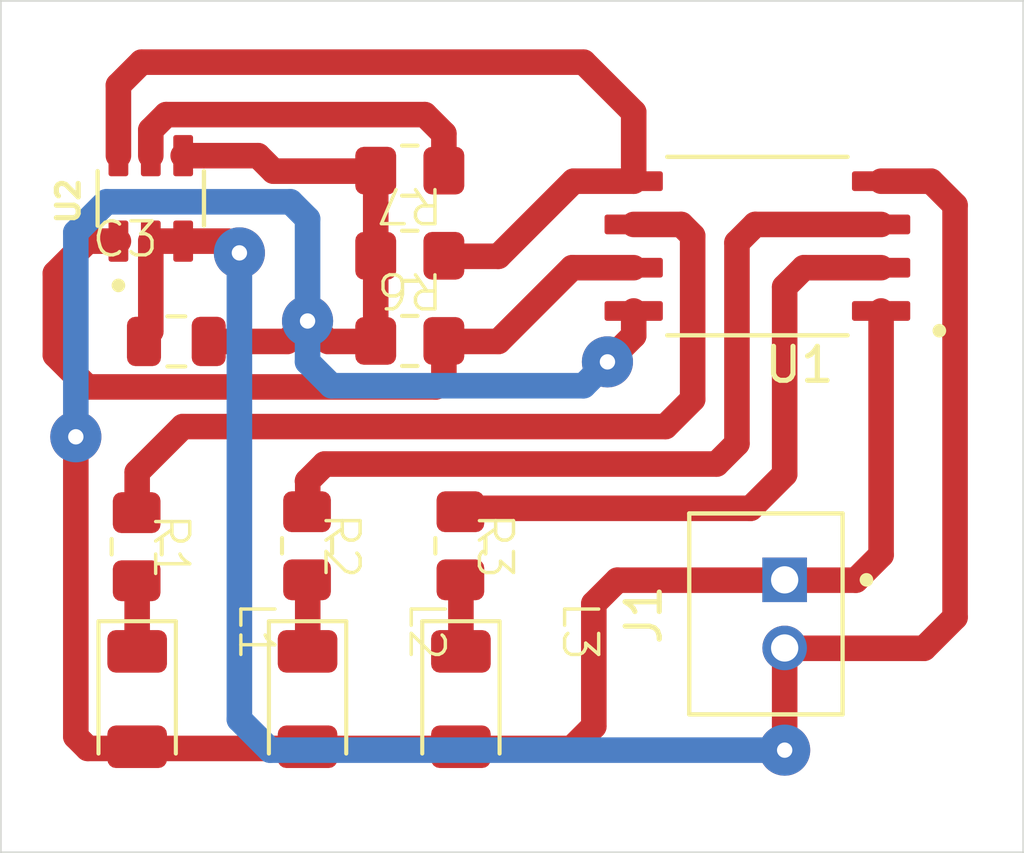
<source format=kicad_pcb>
(kicad_pcb (version 20240108) (generator "pcbnew") (generator_version "8.0")
  (layers (0 "F.Cu" signal) (31 "B.Cu" signal) (34 "B.Paste" user) (35 "F.Paste" user) (36 "B.SilkS" user "B.Silkscreen") (37 "F.SilkS" user "F.Silkscreen") (38 "B.Mask" user) (39 "F.Mask" user) (44 "Edge.Cuts" user))
  (net 0 "")
  (net 1 "VCC")
  (net 2 "GND")
  (net 3 "Net-(L1-K)")
  (net 4 "Net-(L2-K)")
  (net 5 "Net-(L3-K)")
  (net 6 "/L1")
  (net 7 "/L2")
  (net 8 "/L3")
  (net 9 "/PB2(SCK)")
  (net 10 "/PB0(MOSI)")
  (net 11 "/INT")
  (footprint "PVA_board:SOIC-8" (layer "F.Cu") (at 122.2 107.2 180)
    (property "Reference" "U1" (at -1.235 -3.487 0) (layer "F.SilkS"))
    (property "Value" "SOIC-8")
    (fp_line (start -2.645 2.62) (end 2.645 2.62) (stroke (width 0.127)) (layer "F.SilkS"))
    (fp_line (start -2.645 -2.62) (end 2.645 -2.62) (stroke (width 0.127)) (layer "F.SilkS"))
    (fp_circle (center -5.34 -2.485) (end -5.24 -2.485) (stroke (width 0.2)) (fill none) (layer "F.SilkS"))
    (pad "1" smd roundrect (at -3.63 -1.905 180) (size 1.71 0.58) (layers "F.Cu" "F.Paste" "F.Mask") (roundrect_rratio 0.125) (net 1 "VCC"))
    (pad "2" smd roundrect (at -3.63 -0.635 180) (size 1.71 0.58) (layers "F.Cu" "F.Paste" "F.Mask") (roundrect_rratio 0.125) (net 8 "/L3"))
    (pad "3" smd roundrect (at -3.63 0.635 180) (size 1.71 0.58) (layers "F.Cu" "F.Paste" "F.Mask") (roundrect_rratio 0.125) (net 7 "/L2"))
    (pad "4" smd roundrect (at -3.63 1.905 180) (size 1.71 0.58) (layers "F.Cu" "F.Paste" "F.Mask") (roundrect_rratio 0.125) (net 2 "GND"))
    (pad "5" smd roundrect (at 3.63 1.905 180) (size 1.71 0.58) (layers "F.Cu" "F.Paste" "F.Mask") (roundrect_rratio 0.125) (net 10 "/PB0(MOSI)"))
    (pad "6" smd roundrect (at 3.63 0.635 180) (size 1.71 0.58) (layers "F.Cu" "F.Paste" "F.Mask") (roundrect_rratio 0.125) (net 6 "/L1"))
    (pad "7" smd roundrect (at 3.63 -0.635 180) (size 1.71 0.58) (layers "F.Cu" "F.Paste" "F.Mask") (roundrect_rratio 0.125) (net 9 "/PB2(SCK)"))
    (pad "8" smd roundrect (at 3.63 -1.905 180) (size 1.71 0.58) (layers "F.Cu" "F.Paste" "F.Mask") (roundrect_rratio 0.125) (net 1 "VCC"))
  )
  (footprint "PVA_board:SOT-23-6" (layer "F.Cu") (at 104.4 105.8 90)
    (property "Reference" "U2" (at -0.078 -2.4189 90) (layer "F.SilkS") (effects (font (size 0.64 0.64))))
    (property "Value" "SOT-23-6")
    (fp_line (start 0.8 -1.56) (end -0.8 -1.56) (stroke (width 0.127)) (layer "F.SilkS"))
    (fp_line (start 0.8 1.56) (end -0.8 1.56) (stroke (width 0.127)) (layer "F.SilkS"))
    (fp_circle (center -2.555 -0.95) (end -2.455 -0.95) (stroke (width 0.2)) (fill none) (layer "F.SilkS"))
    (pad "1" smd roundrect (at -1.255 -0.95 90) (size 1.21 0.58) (layers "F.Cu" "F.Paste" "F.Mask") (roundrect_rratio 0.125) (net 9 "/PB2(SCK)"))
    (pad "2" smd roundrect (at -1.255 0 90) (size 1.21 0.58) (layers "F.Cu" "F.Paste" "F.Mask") (roundrect_rratio 0.125) (net 2 "GND"))
    (pad "3" smd roundrect (at -1.255 0.95 90) (size 1.21 0.58) (layers "F.Cu" "F.Paste" "F.Mask") (roundrect_rratio 0.125) (net 2 "GND"))
    (pad "4" smd roundrect (at 1.255 0.95 90) (size 1.21 0.58) (layers "F.Cu" "F.Paste" "F.Mask") (roundrect_rratio 0.125) (net 1 "VCC"))
    (pad "5" smd roundrect (at 1.255 0 90) (size 1.21 0.58) (layers "F.Cu" "F.Paste" "F.Mask") (roundrect_rratio 0.125) (net 11 "/INT"))
    (pad "6" smd roundrect (at 1.255 -0.95 90) (size 1.21 0.58) (layers "F.Cu" "F.Paste" "F.Mask") (roundrect_rratio 0.125) (net 10 "/PB0(MOSI)"))
  )
  (footprint "PVA_board:LED-1206" (layer "F.Cu") (at 113.5 120.5 -90)
    (property "Reference" "L3" (at -2 -3.5 -90) (layer "F.SilkS") (effects (font (thickness 0.1))))
    (property "Value" "~")
    (fp_line (start -2.285 1.135) (end 1.6 1.135) (stroke (width 0.12)) (layer "F.SilkS"))
    (fp_line (start -2.285 -1.135) (end -2.285 1.135) (stroke (width 0.12)) (layer "F.SilkS"))
    (fp_line (start 1.6 -1.135) (end -2.285 -1.135) (stroke (width 0.12)) (layer "F.SilkS"))
    (pad "1" smd roundrect (at -1.4 0 270) (size 1.25 1.75) (layers "F.Cu" "F.Paste" "F.Mask") (roundrect_rratio 0.2) (net 5 "Net-(L3-K)"))
    (pad "2" smd roundrect (at 1.4 0 270) (size 1.25 1.75) (layers "F.Cu" "F.Paste" "F.Mask") (roundrect_rratio 0.2) (net 1 "VCC"))
  )
  (footprint "PVA_board:R-0805" (layer "F.Cu") (at 112 107.5 180)
    (property "Reference" "R6" (at 0 -1 180) (layer "F.SilkS") (effects (font (thickness 0.1))))
    (property "Value" "4.7K")
    (fp_line (start -0.227064 0.75) (end 0.227064 0.75) (stroke (width 0.12)) (layer "F.SilkS"))
    (fp_line (start -0.227064 -0.72) (end 0.227064 -0.72) (stroke (width 0.12)) (layer "F.SilkS"))
    (pad "1" smd roundrect (at -1 0.015 180) (size 1.2 1.4) (layers "F.Cu" "F.Paste" "F.Mask") (roundrect_rratio 0.208333) (net 10 "/PB0(MOSI)"))
    (pad "2" smd roundrect (at 1 0.015 180) (size 1.2 1.4) (layers "F.Cu" "F.Paste" "F.Mask") (roundrect_rratio 0.208333) (net 1 "VCC"))
  )
  (footprint "PVA_board:C-0805" (layer "F.Cu") (at 105.15 110)
    (property "Reference" "C3" (at -1.5 -3 0) (layer "F.SilkS") (effects (font (thickness 0.1))))
    (property "Value" "0.1u" (hide yes))
    (fp_line (start -0.261252 -0.735) (end 0.261252 -0.735) (stroke (width 0.12)) (layer "F.SilkS"))
    (fp_line (start -0.261252 0.735) (end 0.261252 0.735) (stroke (width 0.12)) (layer "F.SilkS"))
    (pad "1" smd roundrect (at -0.95 0) (size 1 1.45) (layers "F.Cu" "F.Paste" "F.Mask") (net 2 "GND"))
    (pad "2" smd roundrect (at 0.95 0) (size 1 1.45) (layers "F.Cu" "F.Paste" "F.Mask") (net 1 "VCC"))
  )
  (footprint "PVA_board:JST_B2B-PH" (layer "F.Cu") (at 123 118 90)
    (property "Reference" "J1" (at -0.025 -4.135 90) (layer "F.SilkS"))
    (property "Value" "B2B-PH")
    (fp_line (start 2.95 -2.8) (end 2.95 1.7) (stroke (width 0.127)) (layer "F.SilkS"))
    (fp_line (start -2.95 -2.8) (end 2.95 -2.8) (stroke (width 0.127)) (layer "F.SilkS"))
    (fp_line (start 2.95 1.7) (end -2.95 1.7) (stroke (width 0.127)) (layer "F.SilkS"))
    (fp_line (start -2.95 1.7) (end -2.95 -2.8) (stroke (width 0.127)) (layer "F.SilkS"))
    (fp_circle (center 1 2.4) (end 1.1 2.4) (stroke (width 0.2)) (fill none) (layer "F.SilkS"))
    (pad "1" thru_hole rect (at 1 0 90) (size 1.308 1.308) (drill 0.8) (layers "*.Cu" "*.Mask") (net 1 "VCC"))
    (pad "2" thru_hole circle (at -1 0 90) (size 1.308 1.308) (drill 0.8) (layers "*.Cu" "*.Mask") (net 2 "GND"))
  )
  (footprint "PVA_board:LED-1206" (layer "F.Cu") (at 104 120.5 -90)
    (property "Reference" "L1" (at -2 -3.5 -90) (layer "F.SilkS") (effects (font (thickness 0.1))))
    (property "Value" "~")
    (fp_line (start -2.285 1.135) (end 1.6 1.135) (stroke (width 0.12)) (layer "F.SilkS"))
    (fp_line (start -2.285 -1.135) (end -2.285 1.135) (stroke (width 0.12)) (layer "F.SilkS"))
    (fp_line (start 1.6 -1.135) (end -2.285 -1.135) (stroke (width 0.12)) (layer "F.SilkS"))
    (pad "1" smd roundrect (at -1.4 0 270) (size 1.25 1.75) (layers "F.Cu" "F.Paste" "F.Mask") (roundrect_rratio 0.2) (net 3 "Net-(L1-K)"))
    (pad "2" smd roundrect (at 1.4 0 270) (size 1.25 1.75) (layers "F.Cu" "F.Paste" "F.Mask") (roundrect_rratio 0.2) (net 1 "VCC"))
  )
  (footprint "PVA_board:R-0805" (layer "F.Cu") (at 112 105 180)
    (property "Reference" "R7" (at 0 -1 180) (layer "F.SilkS") (effects (font (thickness 0.1))))
    (property "Value" "10K")
    (fp_line (start -0.227064 0.75) (end 0.227064 0.75) (stroke (width 0.12)) (layer "F.SilkS"))
    (fp_line (start -0.227064 -0.72) (end 0.227064 -0.72) (stroke (width 0.12)) (layer "F.SilkS"))
    (pad "1" smd roundrect (at -1 0.015 180) (size 1.2 1.4) (layers "F.Cu" "F.Paste" "F.Mask") (roundrect_rratio 0.208333) (net 11 "/INT"))
    (pad "2" smd roundrect (at 1 0.015 180) (size 1.2 1.4) (layers "F.Cu" "F.Paste" "F.Mask") (roundrect_rratio 0.208333) (net 1 "VCC"))
  )
  (footprint "PVA_board:R-0805" (layer "F.Cu") (at 104 116.027064 -90)
    (property "Reference" "R1" (at 0 -1 -90) (layer "F.SilkS") (effects (font (thickness 0.1))))
    (property "Value" "~" (hide yes))
    (fp_line (start -0.227064 0.75) (end 0.227064 0.75) (stroke (width 0.12)) (layer "F.SilkS"))
    (fp_line (start -0.227064 -0.72) (end 0.227064 -0.72) (stroke (width 0.12)) (layer "F.SilkS"))
    (pad "1" smd roundrect (at -1 0.015 270) (size 1.2 1.4) (layers "F.Cu" "F.Paste" "F.Mask") (roundrect_rratio 0.208333) (net 6 "/L1"))
    (pad "2" smd roundrect (at 1 0.015 270) (size 1.2 1.4) (layers "F.Cu" "F.Paste" "F.Mask") (roundrect_rratio 0.208333) (net 3 "Net-(L1-K)"))
  )
  (footprint "PVA_board:R-0805" (layer "F.Cu") (at 109 116 -90)
    (property "Reference" "R2" (at 0 -1 -90) (layer "F.SilkS") (effects (font (thickness 0.1))))
    (property "Value" "~")
    (fp_line (start -0.227064 0.75) (end 0.227064 0.75) (stroke (width 0.12)) (layer "F.SilkS"))
    (fp_line (start -0.227064 -0.72) (end 0.227064 -0.72) (stroke (width 0.12)) (layer "F.SilkS"))
    (pad "1" smd roundrect (at -1 0.015 270) (size 1.2 1.4) (layers "F.Cu" "F.Paste" "F.Mask") (roundrect_rratio 0.208333) (net 7 "/L2"))
    (pad "2" smd roundrect (at 1 0.015 270) (size 1.2 1.4) (layers "F.Cu" "F.Paste" "F.Mask") (roundrect_rratio 0.208333) (net 4 "Net-(L2-K)"))
  )
  (footprint "PVA_board:LED-1206" (layer "F.Cu") (at 109 120.5 -90)
    (property "Reference" "L2" (at -2 -3.5 -90) (layer "F.SilkS") (effects (font (thickness 0.1))))
    (property "Value" "~")
    (fp_line (start -2.285 1.135) (end 1.6 1.135) (stroke (width 0.12)) (layer "F.SilkS"))
    (fp_line (start -2.285 -1.135) (end -2.285 1.135) (stroke (width 0.12)) (layer "F.SilkS"))
    (fp_line (start 1.6 -1.135) (end -2.285 -1.135) (stroke (width 0.12)) (layer "F.SilkS"))
    (pad "1" smd roundrect (at -1.4 0 270) (size 1.25 1.75) (layers "F.Cu" "F.Paste" "F.Mask") (roundrect_rratio 0.2) (net 4 "Net-(L2-K)"))
    (pad "2" smd roundrect (at 1.4 0 270) (size 1.25 1.75) (layers "F.Cu" "F.Paste" "F.Mask") (roundrect_rratio 0.2) (net 1 "VCC"))
  )
  (footprint "PVA_board:R-0805" (layer "F.Cu") (at 113.5 116 -90)
    (property "Reference" "R3" (at 0 -1 -90) (layer "F.SilkS") (effects (font (thickness 0.1))))
    (property "Value" "~")
    (fp_line (start -0.227064 0.75) (end 0.227064 0.75) (stroke (width 0.12)) (layer "F.SilkS"))
    (fp_line (start -0.227064 -0.72) (end 0.227064 -0.72) (stroke (width 0.12)) (layer "F.SilkS"))
    (pad "1" smd roundrect (at -1 0.015 270) (size 1.2 1.4) (layers "F.Cu" "F.Paste" "F.Mask") (roundrect_rratio 0.208333) (net 8 "/L3"))
    (pad "2" smd roundrect (at 1 0.015 270) (size 1.2 1.4) (layers "F.Cu" "F.Paste" "F.Mask") (roundrect_rratio 0.208333) (net 5 "Net-(L3-K)"))
  )
  (footprint "PVA_board:R-0805" (layer "F.Cu") (at 112 110 180)
    (property "Reference" "R5" (hide yes))
    (property "Value" "4.7K")
    (fp_line (start -0.227064 0.75) (end 0.227064 0.75) (stroke (width 0.12)) (layer "F.SilkS"))
    (fp_line (start -0.227064 -0.72) (end 0.227064 -0.72) (stroke (width 0.12)) (layer "F.SilkS"))
    (pad "1" smd roundrect (at -1 0.015 180) (size 1.2 1.4) (layers "F.Cu" "F.Paste" "F.Mask") (roundrect_rratio 0.208333) (net 9 "/PB2(SCK)"))
    (pad "2" smd roundrect (at 1 0.015 180) (size 1.2 1.4) (layers "F.Cu" "F.Paste" "F.Mask") (roundrect_rratio 0.208333) (net 1 "VCC"))
  )
  (gr_rect (start 100 100) (end 130 125) (stroke (width 0.05)) (fill none) (layer "Edge.Cuts"))
  (segment (start 102.2 121.6) (end 102.2 112.8) (width 0.75) (layer "F.Cu") (net 1))
  (segment (start 106 110) (end 108.4 110) (width 0.75) (layer "F.Cu") (net 1))
  (segment (start 116.75 121.95) (end 113.5 121.95) (width 0.75) (layer "F.Cu") (net 1))
  (segment (start 104 121.95) (end 109 121.95) (width 0.75) (layer "F.Cu") (net 1))
  (segment (start 102.55 121.95) (end 102.2 121.6) (width 0.75) (layer "F.Cu") (net 1))
  (segment (start 125.09 117.01) (end 123 117.01) (width 0.75) (layer "F.Cu") (net 1))
  (segment (start 111 105) (end 111 107.5) (width 0.75) (layer "F.Cu") (net 1))
  (segment (start 111 105) (end 108 105) (width 0.75) (layer "F.Cu") (net 1))
  (segment (start 109 121.95) (end 113.5 121.95) (width 0.75) (layer "F.Cu") (net 1))
  (segment (start 104 121.95) (end 102.55 121.95) (width 0.75) (layer "F.Cu") (net 1))
  (segment (start 118.09 117.01) (end 123 117.01) (width 0.75) (layer "F.Cu") (net 1))
  (segment (start 117.4 121.3) (end 117.4 117.7) (width 0.75) (layer "F.Cu") (net 1))
  (segment (start 105.35 104.545) (end 107.545 104.545) (width 0.75) (layer "F.Cu") (net 1))
  (segment (start 117.4 117.7) (end 118.09 117.01) (width 0.75) (layer "F.Cu") (net 1))
  (segment (start 111 110) (end 109.6 110) (width 0.75) (layer "F.Cu") (net 1))
  (segment (start 108 105) (end 107.545 104.545) (width 0.75) (layer "F.Cu") (net 1))
  (segment (start 111 107.5) (end 111 110) (width 0.75) (layer "F.Cu") (net 1))
  (segment (start 118.57 109.83) (end 118.57 109.105) (width 0.75) (layer "F.Cu") (net 1))
  (segment (start 109.6 110) (end 109 109.4) (width 0.75) (layer "F.Cu") (net 1))
  (segment (start 125.83 116.27) (end 125.09 117.01) (width 0.75) (layer "F.Cu") (net 1))
  (segment (start 108.4 110) (end 109 109.4) (width 0.75) (layer "F.Cu") (net 1))
  (segment (start 125.83 109.105) (end 125.83 116.27) (width 0.75) (layer "F.Cu") (net 1))
  (segment (start 117.8 110.6) (end 118.57 109.83) (width 0.75) (layer "F.Cu") (net 1))
  (segment (start 117.4 121.3) (end 116.75 121.95) (width 0.75) (layer "F.Cu") (net 1))
  (via (at 117.8 110.6) (size 1.5) (drill 0.45) (layers "F.Cu" "B.Cu") (net 1))
  (via (at 109 109.4) (size 1.5) (drill 0.45) (layers "F.Cu" "B.Cu") (net 1))
  (via (at 102.2 112.8) (size 1.5) (drill 0.45) (layers "F.Cu" "B.Cu") (net 1))
  (segment (start 109 110.6) (end 109 109.4) (width 0.75) (layer "B.Cu") (net 1))
  (segment (start 117.1 111.3) (end 109.7 111.3) (width 0.75) (layer "B.Cu") (net 1))
  (segment (start 109.7 111.3) (end 109 110.6) (width 0.75) (layer "B.Cu") (net 1))
  (segment (start 103.1 105.9) (end 102.2 106.8) (width 0.75) (layer "B.Cu") (net 1))
  (segment (start 109 106.4) (end 108.5 105.9) (width 0.75) (layer "B.Cu") (net 1))
  (segment (start 117.8 110.6) (end 117.1 111.3) (width 0.75) (layer "B.Cu") (net 1))
  (segment (start 109 109.4) (end 109 106.4) (width 0.75) (layer "B.Cu") (net 1))
  (segment (start 108.5 105.9) (end 103.1 105.9) (width 0.75) (layer "B.Cu") (net 1))
  (segment (start 102.2 106.8) (end 102.2 112.8) (width 0.75) (layer "B.Cu") (net 1))
  (segment (start 128 106) (end 127.295 105.295) (width 0.75) (layer "F.Cu") (net 2))
  (segment (start 104.4 107.055) (end 104.4 109.7) (width 0.75) (layer "F.Cu") (net 2))
  (segment (start 105.35 107.055) (end 106.655 107.055) (width 0.75) (layer "F.Cu") (net 2))
  (segment (start 107 107.4) (end 106.655 107.055) (width 0.75) (layer "F.Cu") (net 2))
  (segment (start 127.295 105.295) (end 125.83 105.295) (width 0.75) (layer "F.Cu") (net 2))
  (segment (start 123 119.01) (end 123 122) (width 0.75) (layer "F.Cu") (net 2))
  (segment (start 104.4 107.055) (end 105.35 107.055) (width 0.75) (layer "F.Cu") (net 2))
  (segment (start 128 106) (end 128 118.1) (width 0.75) (layer "F.Cu") (net 2))
  (segment (start 127.09 119.01) (end 123 119.01) (width 0.75) (layer "F.Cu") (net 2))
  (segment (start 128 118.1) (end 127.09 119.01) (width 0.75) (layer "F.Cu") (net 2))
  (segment (start 104.4 109.7) (end 104.1 110) (width 0.75) (layer "F.Cu") (net 2))
  (via (at 123 122) (size 1.5) (drill 0.45) (layers "F.Cu" "B.Cu") (net 2))
  (via (at 107 107.4) (size 1.5) (drill 0.45) (layers "F.Cu" "B.Cu") (net 2))
  (segment (start 107.9 122) (end 123 122) (width 0.75) (layer "B.Cu") (net 2))
  (segment (start 107 107.4) (end 107 121.1) (width 0.75) (layer "B.Cu") (net 2))
  (segment (start 107 121.1) (end 107.9 122) (width 0.75) (layer "B.Cu") (net 2))
  (segment (start 104 116.9) (end 104 119.15) (width 0.75) (layer "F.Cu") (net 3))
  (segment (start 103.995 119.195) (end 104 119.2) (width 0.75) (layer "F.Cu") (net 3))
  (segment (start 109.005 116.9) (end 109.005 119.145) (width 0.75) (layer "F.Cu") (net 4))
  (segment (start 109.005 119.145) (end 109 119.15) (width 0.75) (layer "F.Cu") (net 4))
  (segment (start 113.5 116.905) (end 113.505 116.9) (width 0.75) (layer "F.Cu") (net 5))
  (segment (start 113.5 119.15) (end 113.5 116.905) (width 0.75) (layer "F.Cu") (net 5))
  (segment (start 119.5 112.5) (end 120.3 111.7) (width 0.75) (layer "F.Cu") (net 6))
  (segment (start 105.34 112.5) (end 104 113.84) (width 0.75) (layer "F.Cu") (net 6))
  (segment (start 120.3 106.9) (end 119.965 106.565) (width 0.75) (layer "F.Cu") (net 6))
  (segment (start 105.34 112.5) (end 119.5 112.5) (width 0.75) (layer "F.Cu") (net 6))
  (segment (start 119.965 106.565) (end 118.57 106.565) (width 0.75) (layer "F.Cu") (net 6))
  (segment (start 104 113.84) (end 104 114.9) (width 0.75) (layer "F.Cu") (net 6))
  (segment (start 120.3 111.7) (end 120.3 106.9) (width 0.75) (layer "F.Cu") (net 6))
  (segment (start 121.6 107.1) (end 122.135 106.565) (width 0.75) (layer "F.Cu") (net 7))
  (segment (start 109.5 113.6) (end 121 113.6) (width 0.75) (layer "F.Cu") (net 7))
  (segment (start 121 113.6) (end 121.6 113) (width 0.75) (layer "F.Cu") (net 7))
  (segment (start 109.005 114.105) (end 109.005 114.9) (width 0.75) (layer "F.Cu") (net 7))
  (segment (start 109 114.1) (end 109.5 113.6) (width 0.75) (layer "F.Cu") (net 7))
  (segment (start 121.6 113) (end 121.6 107.1) (width 0.75) (layer "F.Cu") (net 7))
  (segment (start 122.135 106.565) (end 125.83 106.565) (width 0.75) (layer "F.Cu") (net 7))
  (segment (start 109 114.1) (end 109.005 114.105) (width 0.75) (layer "F.Cu") (net 7))
  (segment (start 123 113.9) (end 123 108.4) (width 0.75) (layer "F.Cu") (net 8))
  (segment (start 123 108.4) (end 123.565 107.835) (width 0.75) (layer "F.Cu") (net 8))
  (segment (start 122 114.9) (end 123 113.9) (width 0.75) (layer "F.Cu") (net 8))
  (segment (start 123.565 107.835) (end 125.83 107.835) (width 0.75) (layer "F.Cu") (net 8))
  (segment (start 122 114.9) (end 113.505 114.9) (width 0.75) (layer "F.Cu") (net 8))
  (segment (start 118.57 107.835) (end 116.765 107.835) (width 0.75) (layer "F.Cu") (net 9))
  (segment (start 101.6 110.4) (end 101.6 108) (width 0.75) (layer "F.Cu") (net 9))
  (segment (start 101.6 108) (end 102.545 107.055) (width 0.75) (layer "F.Cu") (net 9))
  (segment (start 114.6 110) (end 116.765 107.835) (width 0.75) (layer "F.Cu") (net 9))
  (segment (start 113 111.1) (end 113 110) (width 0.75) (layer "F.Cu") (net 9))
  (segment (start 102.535 111.335) (end 101.6 110.4) (width 0.75) (layer "F.Cu") (net 9))
  (segment (start 103.45 107.055) (end 102.545 107.055) (width 0.75) (layer "F.Cu") (net 9))
  (segment (start 112.765 111.335) (end 102.535 111.335) (width 0.75) (layer "F.Cu") (net 9))
  (segment (start 113 111.1) (end 112.765 111.335) (width 0.75) (layer "F.Cu") (net 9))
  (segment (start 113 110) (end 114.6 110) (width 0.75) (layer "F.Cu") (net 9))
  (segment (start 116.805 105.295) (end 118.57 105.295) (width 0.75) (layer "F.Cu") (net 10))
  (segment (start 113 107.5) (end 114.6 107.5) (width 0.75) (layer "F.Cu") (net 10))
  (segment (start 118.57 103.27) (end 118.57 105.295) (width 0.75) (layer "F.Cu") (net 10))
  (segment (start 114.6 107.5) (end 116.805 105.295) (width 0.75) (layer "F.Cu") (net 10))
  (segment (start 117.1 101.8) (end 118.57 103.27) (width 0.75) (layer "F.Cu") (net 10))
  (segment (start 103.45 102.477208) (end 104.127208 101.8) (width 0.75) (layer "F.Cu") (net 10))
  (segment (start 104.127208 101.8) (end 117.1 101.8) (width 0.75) (layer "F.Cu") (net 10))
  (segment (start 103.45 104.545) (end 103.45 102.477208) (width 0.75) (layer "F.Cu") (net 10))
  (segment (start 112.44 103.34) (end 113 103.9) (width 0.75) (layer "F.Cu") (net 11))
  (segment (start 104.4 103.791934) (end 104.851934 103.34) (width 0.75) (layer "F.Cu") (net 11))
  (segment (start 104.851934 103.34) (end 112.44 103.34) (width 0.75) (layer "F.Cu") (net 11))
  (segment (start 104.4 104.545) (end 104.4 103.791934) (width 0.75) (layer "F.Cu") (net 11))
  (segment (start 113 103.9) (end 113 105) (width 0.75) (layer "F.Cu") (net 11))
)
</source>
